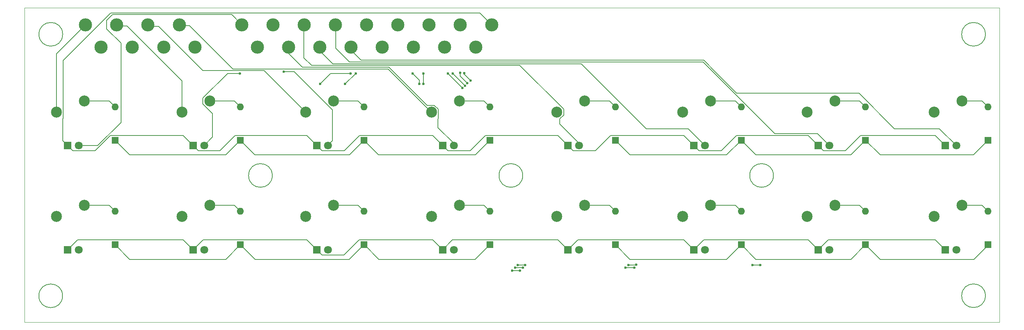
<source format=gtl>
%TF.GenerationSoftware,KiCad,Pcbnew,8.0.6*%
%TF.CreationDate,2024-11-10T21:08:49-06:00*%
%TF.ProjectId,micro_midi,6d696372-6f5f-46d6-9964-692e6b696361,rev?*%
%TF.SameCoordinates,Original*%
%TF.FileFunction,Copper,L1,Top*%
%TF.FilePolarity,Positive*%
%FSLAX46Y46*%
G04 Gerber Fmt 4.6, Leading zero omitted, Abs format (unit mm)*
G04 Created by KiCad (PCBNEW 8.0.6) date 2024-11-10 21:08:49*
%MOMM*%
%LPD*%
G01*
G04 APERTURE LIST*
%TA.AperFunction,ComponentPad*%
%ADD10C,2.500000*%
%TD*%
%TA.AperFunction,ComponentPad*%
%ADD11R,1.800000X1.800000*%
%TD*%
%TA.AperFunction,ComponentPad*%
%ADD12C,1.800000*%
%TD*%
%TA.AperFunction,ComponentPad*%
%ADD13O,3.000000X3.000000*%
%TD*%
%TA.AperFunction,ComponentPad*%
%ADD14R,1.600000X1.600000*%
%TD*%
%TA.AperFunction,ComponentPad*%
%ADD15O,1.600000X1.600000*%
%TD*%
%TA.AperFunction,ViaPad*%
%ADD16C,0.600000*%
%TD*%
%TA.AperFunction,Conductor*%
%ADD17C,0.200000*%
%TD*%
%ADD18C,0.150000*%
%TA.AperFunction,Profile*%
%ADD19C,0.050000*%
%TD*%
G04 APERTURE END LIST*
D10*
%TO.P,S16,1,1*%
%TO.N,Net-(C3-Pad1)*%
X242993076Y-112901549D03*
%TO.P,S16,2,2*%
%TO.N,Net-(D16-A)*%
X249343076Y-110361549D03*
%TD*%
D11*
%TO.P,D18,1,K*%
%TO.N,Net-(D17-K)*%
X74083076Y-96709049D03*
D12*
%TO.P,D18,2,A*%
%TO.N,Net-(D18-A)*%
X76623076Y-96709049D03*
%TD*%
D13*
%TO.P,C1,1,1*%
%TO.N,Net-(C1-Pad1)*%
X56698076Y-69150049D03*
%TD*%
D11*
%TO.P,D24,1,K*%
%TO.N,Net-(D17-K)*%
X245533076Y-96709049D03*
D12*
%TO.P,D24,2,A*%
%TO.N,Net-(D24-A)*%
X248073076Y-96709049D03*
%TD*%
D11*
%TO.P,D22,1,K*%
%TO.N,Net-(D17-K)*%
X188253076Y-96709049D03*
D12*
%TO.P,D22,2,A*%
%TO.N,Net-(D22-A)*%
X190793076Y-96709049D03*
%TD*%
D11*
%TO.P,D30,1,K*%
%TO.N,Net-(D17-K)*%
X188253076Y-120521549D03*
D12*
%TO.P,D30,2,A*%
%TO.N,Net-(D30-A)*%
X190793076Y-120521549D03*
%TD*%
D13*
%TO.P,L12,1,1*%
%TO.N,Net-(D29-A)*%
X127898076Y-69150049D03*
%TD*%
%TO.P,C2,1,1*%
%TO.N,Net-(C2-Pad1)*%
X63818076Y-69150049D03*
%TD*%
D11*
%TO.P,D19,1,K*%
%TO.N,Net-(D17-K)*%
X102273076Y-96709049D03*
D12*
%TO.P,D19,2,A*%
%TO.N,Net-(D19-A)*%
X104813076Y-96709049D03*
%TD*%
D13*
%TO.P,L2,1,1*%
%TO.N,Net-(D19-A)*%
X92298076Y-69150049D03*
%TD*%
%TO.P,R0,1,1*%
%TO.N,Net-(D1-K)*%
X53138076Y-74230049D03*
%TD*%
D10*
%TO.P,S12,1,1*%
%TO.N,Net-(C3-Pad1)*%
X128433076Y-112901549D03*
%TO.P,S12,2,2*%
%TO.N,Net-(D12-A)*%
X134783076Y-110361549D03*
%TD*%
D13*
%TO.P,L11,1,1*%
%TO.N,Net-(D28-A)*%
X124338076Y-74230049D03*
%TD*%
D11*
%TO.P,D20,1,K*%
%TO.N,Net-(D17-K)*%
X130973076Y-96709049D03*
D12*
%TO.P,D20,2,A*%
%TO.N,Net-(D20-A)*%
X133513076Y-96709049D03*
%TD*%
D13*
%TO.P,L5,1,1*%
%TO.N,Net-(D22-A)*%
X102978076Y-74230049D03*
%TD*%
D11*
%TO.P,D25,1,K*%
%TO.N,Net-(D17-K)*%
X45503076Y-120521549D03*
D12*
%TO.P,D25,2,A*%
%TO.N,Net-(D25-A)*%
X48043076Y-120521549D03*
%TD*%
D10*
%TO.P,S1,1,1*%
%TO.N,Net-(C0-Pad1)*%
X42963076Y-89089049D03*
%TO.P,S1,2,2*%
%TO.N,Net-(D1-A)*%
X49313076Y-86549049D03*
%TD*%
%TO.P,S8,1,1*%
%TO.N,Net-(C3-Pad1)*%
X242993076Y-89089049D03*
%TO.P,S8,2,2*%
%TO.N,Net-(D8-A)*%
X249343076Y-86549049D03*
%TD*%
%TO.P,S10,1,1*%
%TO.N,Net-(C1-Pad1)*%
X71543076Y-112901549D03*
%TO.P,S10,2,2*%
%TO.N,Net-(D10-A)*%
X77893076Y-110361549D03*
%TD*%
D11*
%TO.P,D27,1,K*%
%TO.N,Net-(D17-K)*%
X102273076Y-120521549D03*
D12*
%TO.P,D27,2,A*%
%TO.N,Net-(D27-A)*%
X104813076Y-120521549D03*
%TD*%
D11*
%TO.P,D31,1,K*%
%TO.N,Net-(D17-K)*%
X216573076Y-120521549D03*
D12*
%TO.P,D31,2,A*%
%TO.N,Net-(D31-A)*%
X219113076Y-120521549D03*
%TD*%
D13*
%TO.P,L1,1,1*%
%TO.N,Net-(D18-A)*%
X88738076Y-74230049D03*
%TD*%
%TO.P,L0,1,1*%
%TO.N,Net-(D17-A)*%
X85178076Y-69150049D03*
%TD*%
D10*
%TO.P,S15,1,1*%
%TO.N,Net-(C2-Pad1)*%
X214033076Y-112901549D03*
%TO.P,S15,2,2*%
%TO.N,Net-(D15-A)*%
X220383076Y-110361549D03*
%TD*%
D13*
%TO.P,L10,1,1*%
%TO.N,Net-(D27-A)*%
X120778076Y-69150049D03*
%TD*%
%TO.P,L4,1,1*%
%TO.N,Net-(D21-A)*%
X99418076Y-69150049D03*
%TD*%
%TO.P,C3,1,1*%
%TO.N,Net-(C3-Pad1)*%
X70938076Y-69150049D03*
%TD*%
D10*
%TO.P,S2,1,1*%
%TO.N,Net-(C1-Pad1)*%
X71543076Y-89089049D03*
%TO.P,S2,2,2*%
%TO.N,Net-(D2-A)*%
X77893076Y-86549049D03*
%TD*%
%TO.P,S5,1,1*%
%TO.N,Net-(C0-Pad1)*%
X157013076Y-89089049D03*
%TO.P,S5,2,2*%
%TO.N,Net-(D5-A)*%
X163363076Y-86549049D03*
%TD*%
D13*
%TO.P,L8,1,1*%
%TO.N,Net-(D25-A)*%
X113658076Y-69150049D03*
%TD*%
%TO.P,L13,1,1*%
%TO.N,Net-(D30-A)*%
X131458076Y-74230049D03*
%TD*%
D10*
%TO.P,S7,1,1*%
%TO.N,Net-(C2-Pad1)*%
X214033076Y-89089049D03*
%TO.P,S7,2,2*%
%TO.N,Net-(D7-A)*%
X220383076Y-86549049D03*
%TD*%
D13*
%TO.P,R1,1,1*%
%TO.N,Net-(D10-K)*%
X60258076Y-74230049D03*
%TD*%
%TO.P,L6,1,1*%
%TO.N,Net-(D23-A)*%
X106538076Y-69150049D03*
%TD*%
%TO.P,L7,1,1*%
%TO.N,Net-(D24-A)*%
X110098076Y-74230049D03*
%TD*%
%TO.P,R2,1,1*%
%TO.N,Net-(D5-K)*%
X67378076Y-74230049D03*
%TD*%
D10*
%TO.P,S4,1,1*%
%TO.N,Net-(C3-Pad1)*%
X128433076Y-89089049D03*
%TO.P,S4,2,2*%
%TO.N,Net-(D4-A)*%
X134783076Y-86549049D03*
%TD*%
%TO.P,S13,1,1*%
%TO.N,Net-(C0-Pad1)*%
X157013076Y-112901549D03*
%TO.P,S13,2,2*%
%TO.N,Net-(D13-A)*%
X163363076Y-110361549D03*
%TD*%
D13*
%TO.P,L15,1,1*%
%TO.N,Net-(D32-A)*%
X138578076Y-74230049D03*
%TD*%
%TO.P,GND1,1,1*%
%TO.N,Net-(D17-K)*%
X142138076Y-69150049D03*
%TD*%
D10*
%TO.P,S14,1,1*%
%TO.N,Net-(C1-Pad1)*%
X185713076Y-112901549D03*
%TO.P,S14,2,2*%
%TO.N,Net-(D14-A)*%
X192063076Y-110361549D03*
%TD*%
D13*
%TO.P,C0,1,1*%
%TO.N,Net-(C0-Pad1)*%
X49578076Y-69150049D03*
%TD*%
D10*
%TO.P,S3,1,1*%
%TO.N,Net-(C2-Pad1)*%
X99733076Y-89089049D03*
%TO.P,S3,2,2*%
%TO.N,Net-(D3-A)*%
X106083076Y-86549049D03*
%TD*%
D11*
%TO.P,D28,1,K*%
%TO.N,Net-(D17-K)*%
X130973076Y-120521549D03*
D12*
%TO.P,D28,2,A*%
%TO.N,Net-(D28-A)*%
X133513076Y-120521549D03*
%TD*%
D11*
%TO.P,D26,1,K*%
%TO.N,Net-(D17-K)*%
X74083076Y-120521549D03*
D12*
%TO.P,D26,2,A*%
%TO.N,Net-(D26-A)*%
X76623076Y-120521549D03*
%TD*%
D11*
%TO.P,D21,1,K*%
%TO.N,Net-(D17-K)*%
X159553076Y-96709049D03*
D12*
%TO.P,D21,2,A*%
%TO.N,Net-(D21-A)*%
X162093076Y-96709049D03*
%TD*%
D13*
%TO.P,R3,1,1*%
%TO.N,Net-(D13-K)*%
X74498076Y-74230049D03*
%TD*%
D11*
%TO.P,D23,1,K*%
%TO.N,Net-(D17-K)*%
X216573076Y-96709049D03*
D12*
%TO.P,D23,2,A*%
%TO.N,Net-(D23-A)*%
X219113076Y-96709049D03*
%TD*%
D13*
%TO.P,L14,1,1*%
%TO.N,Net-(D31-A)*%
X135018076Y-69150049D03*
%TD*%
D11*
%TO.P,D17,1,K*%
%TO.N,Net-(D17-K)*%
X45503076Y-96709049D03*
D12*
%TO.P,D17,2,A*%
%TO.N,Net-(D17-A)*%
X48043076Y-96709049D03*
%TD*%
D11*
%TO.P,D32,1,K*%
%TO.N,Net-(D17-K)*%
X245533076Y-120521549D03*
D12*
%TO.P,D32,2,A*%
%TO.N,Net-(D32-A)*%
X248073076Y-120521549D03*
%TD*%
D10*
%TO.P,S9,1,1*%
%TO.N,Net-(C0-Pad1)*%
X42963076Y-112901549D03*
%TO.P,S9,2,2*%
%TO.N,Net-(D9-A)*%
X49313076Y-110361549D03*
%TD*%
%TO.P,S11,1,1*%
%TO.N,Net-(C2-Pad1)*%
X99733076Y-112901549D03*
%TO.P,S11,2,2*%
%TO.N,Net-(D11-A)*%
X106083076Y-110361549D03*
%TD*%
%TO.P,S6,1,1*%
%TO.N,Net-(C1-Pad1)*%
X185713076Y-89089049D03*
%TO.P,S6,2,2*%
%TO.N,Net-(D6-A)*%
X192063076Y-86549049D03*
%TD*%
D13*
%TO.P,L3,1,1*%
%TO.N,Net-(D20-A)*%
X95858076Y-74230049D03*
%TD*%
D11*
%TO.P,D29,1,K*%
%TO.N,Net-(D17-K)*%
X159553076Y-120521549D03*
D12*
%TO.P,D29,2,A*%
%TO.N,Net-(D29-A)*%
X162093076Y-120521549D03*
%TD*%
D13*
%TO.P,L9,1,1*%
%TO.N,Net-(D26-A)*%
X117218076Y-74230049D03*
%TD*%
D14*
%TO.P,D2,1,K*%
%TO.N,Net-(D1-K)*%
X84878076Y-95536549D03*
D15*
%TO.P,D2,2,A*%
%TO.N,Net-(D2-A)*%
X84878076Y-87916549D03*
%TD*%
D14*
%TO.P,D7,1,K*%
%TO.N,Net-(D5-K)*%
X227378076Y-95536549D03*
D15*
%TO.P,D7,2,A*%
%TO.N,Net-(D7-A)*%
X227378076Y-87916549D03*
%TD*%
D14*
%TO.P,D9,1,K*%
%TO.N,Net-(D10-K)*%
X56298076Y-119349049D03*
D15*
%TO.P,D9,2,A*%
%TO.N,Net-(D9-A)*%
X56298076Y-111729049D03*
%TD*%
D14*
%TO.P,D1,1,K*%
%TO.N,Net-(D1-K)*%
X56298076Y-95536549D03*
D15*
%TO.P,D1,2,A*%
%TO.N,Net-(D1-A)*%
X56298076Y-87916549D03*
%TD*%
D14*
%TO.P,D5,1,K*%
%TO.N,Net-(D5-K)*%
X170348076Y-95536549D03*
D15*
%TO.P,D5,2,A*%
%TO.N,Net-(D5-A)*%
X170348076Y-87916549D03*
%TD*%
D14*
%TO.P,D10,1,K*%
%TO.N,Net-(D10-K)*%
X84878076Y-119349049D03*
D15*
%TO.P,D10,2,A*%
%TO.N,Net-(D10-A)*%
X84878076Y-111729049D03*
%TD*%
D14*
%TO.P,D15,1,K*%
%TO.N,Net-(D13-K)*%
X227378076Y-119349049D03*
D15*
%TO.P,D15,2,A*%
%TO.N,Net-(D15-A)*%
X227378076Y-111729049D03*
%TD*%
D14*
%TO.P,D8,1,K*%
%TO.N,Net-(D5-K)*%
X255328076Y-95536549D03*
D15*
%TO.P,D8,2,A*%
%TO.N,Net-(D8-A)*%
X255328076Y-87916549D03*
%TD*%
D14*
%TO.P,D3,1,K*%
%TO.N,Net-(D1-K)*%
X113068076Y-95536549D03*
D15*
%TO.P,D3,2,A*%
%TO.N,Net-(D3-A)*%
X113068076Y-87916549D03*
%TD*%
D14*
%TO.P,D4,1,K*%
%TO.N,Net-(D1-K)*%
X141768076Y-95536549D03*
D15*
%TO.P,D4,2,A*%
%TO.N,Net-(D4-A)*%
X141768076Y-87916549D03*
%TD*%
D14*
%TO.P,D13,1,K*%
%TO.N,Net-(D13-K)*%
X170348076Y-119349049D03*
D15*
%TO.P,D13,2,A*%
%TO.N,Net-(D13-A)*%
X170348076Y-111729049D03*
%TD*%
D14*
%TO.P,D6,1,K*%
%TO.N,Net-(D5-K)*%
X199048076Y-95536549D03*
D15*
%TO.P,D6,2,A*%
%TO.N,Net-(D6-A)*%
X199048076Y-87916549D03*
%TD*%
D14*
%TO.P,D16,1,K*%
%TO.N,Net-(D13-K)*%
X255328076Y-119349049D03*
D15*
%TO.P,D16,2,A*%
%TO.N,Net-(D16-A)*%
X255328076Y-111729049D03*
%TD*%
D14*
%TO.P,D11,1,K*%
%TO.N,Net-(D10-K)*%
X113068076Y-119349049D03*
D15*
%TO.P,D11,2,A*%
%TO.N,Net-(D11-A)*%
X113068076Y-111729049D03*
%TD*%
D14*
%TO.P,D14,1,K*%
%TO.N,Net-(D13-K)*%
X199048076Y-119349049D03*
D15*
%TO.P,D14,2,A*%
%TO.N,Net-(D14-A)*%
X199048076Y-111729049D03*
%TD*%
D14*
%TO.P,D12,1,K*%
%TO.N,Net-(D10-K)*%
X141768076Y-119349049D03*
D15*
%TO.P,D12,2,A*%
%TO.N,Net-(D12-A)*%
X141768076Y-111729049D03*
%TD*%
D16*
%TO.N,Net-(D18-A)*%
X84803076Y-80290566D03*
%TO.N,Net-(D19-A)*%
X94781887Y-79844874D03*
%TO.N,Net-(D25-A)*%
X103090999Y-82690566D03*
X109989007Y-80290566D03*
%TO.N,Net-(D26-A)*%
X108775952Y-82690566D03*
X111173711Y-80290566D03*
%TO.N,Net-(D27-A)*%
X125695950Y-82690566D03*
X124149681Y-80290566D03*
%TO.N,Net-(D28-A)*%
X126631568Y-82690566D03*
X126624183Y-80290566D03*
%TO.N,Net-(D29-A)*%
X132169477Y-80290566D03*
X135475726Y-83596816D03*
%TO.N,Net-(D30-A)*%
X133295138Y-80290566D03*
X136071361Y-83062753D03*
%TO.N,Net-(D31-A)*%
X134983076Y-80115560D03*
X136630468Y-82490566D03*
%TO.N,Net-(D32-A)*%
X137329627Y-81891688D03*
X135893076Y-80153052D03*
%TO.N,Net-(C1-Pad1)*%
X148603634Y-125194829D03*
X146836941Y-125194829D03*
%TO.N,Net-(C2-Pad1)*%
X174676972Y-124583420D03*
X172696421Y-124576635D03*
X149270827Y-124576635D03*
X147515676Y-124585752D03*
%TO.N,Net-(C3-Pad1)*%
X175097734Y-123903008D03*
X148140258Y-123961204D03*
X203353950Y-123966793D03*
X149837283Y-123961204D03*
X201597660Y-123965185D03*
X173332142Y-123963431D03*
%TD*%
D17*
%TO.N,Net-(D1-A)*%
X49313076Y-86707799D02*
X49154326Y-86866549D01*
X49313076Y-86549049D02*
X54930576Y-86549049D01*
X49313076Y-86549049D02*
X49313076Y-86707799D01*
X54930576Y-86549049D02*
X56298076Y-87916549D01*
%TO.N,Net-(D2-A)*%
X77893076Y-86549049D02*
X83510576Y-86549049D01*
X83510576Y-86549049D02*
X84878076Y-87916549D01*
%TO.N,Net-(D3-A)*%
X106083076Y-86549049D02*
X111700576Y-86549049D01*
X111700576Y-86549049D02*
X113068076Y-87916549D01*
%TO.N,Net-(D4-A)*%
X134783076Y-86549049D02*
X140400576Y-86549049D01*
X140400576Y-86549049D02*
X141768076Y-87916549D01*
%TO.N,Net-(D5-A)*%
X163363076Y-86549049D02*
X168980576Y-86549049D01*
X168980576Y-86549049D02*
X170348076Y-87916549D01*
%TO.N,Net-(D6-A)*%
X197680576Y-86549049D02*
X199048076Y-87916549D01*
X192063076Y-86549049D02*
X197680576Y-86549049D01*
%TO.N,Net-(D7-A)*%
X220383076Y-86549049D02*
X226010576Y-86549049D01*
X226010576Y-86549049D02*
X227378076Y-87916549D01*
%TO.N,Net-(D8-A)*%
X253939326Y-86549049D02*
X255306826Y-87916549D01*
X249343076Y-86549049D02*
X253939326Y-86549049D01*
%TO.N,Net-(D9-A)*%
X49313076Y-110361549D02*
X54930576Y-110361549D01*
X54930576Y-110361549D02*
X56298076Y-111729049D01*
%TO.N,Net-(D10-A)*%
X77893076Y-110361549D02*
X83510576Y-110361549D01*
X83510576Y-110361549D02*
X84878076Y-111729049D01*
%TO.N,Net-(D11-A)*%
X106083076Y-110361549D02*
X111700576Y-110361549D01*
X111700576Y-110361549D02*
X113068076Y-111729049D01*
%TO.N,Net-(D12-A)*%
X140400576Y-110361549D02*
X141768076Y-111729049D01*
X134783076Y-110361549D02*
X140400576Y-110361549D01*
%TO.N,Net-(D13-A)*%
X168980576Y-110361549D02*
X170348076Y-111729049D01*
X163363076Y-110361549D02*
X168980576Y-110361549D01*
%TO.N,Net-(D14-A)*%
X192063076Y-110361549D02*
X197680576Y-110361549D01*
X197680576Y-110361549D02*
X199048076Y-111729049D01*
%TO.N,Net-(D15-A)*%
X226010576Y-110361549D02*
X227378076Y-111729049D01*
X220383076Y-110361549D02*
X226010576Y-110361549D01*
%TO.N,Net-(D16-A)*%
X253960576Y-110361549D02*
X255328076Y-111729049D01*
X249343076Y-110361549D02*
X253960576Y-110361549D01*
%TO.N,Net-(D17-A)*%
X55745384Y-66850049D02*
X82878076Y-66850049D01*
X54398076Y-70102741D02*
X54398076Y-68197357D01*
X54398076Y-68197357D02*
X55745384Y-66850049D01*
X48043076Y-96709049D02*
X52377872Y-96709049D01*
X82878076Y-66850049D02*
X85178076Y-69150049D01*
X57650768Y-91436153D02*
X57650768Y-73355433D01*
X57650768Y-73355433D02*
X54398076Y-70102741D01*
X52377872Y-96709049D02*
X57650768Y-91436153D01*
%TO.N,Net-(D18-A)*%
X78535108Y-89383113D02*
X78535108Y-94797017D01*
X81959527Y-80290566D02*
X76343076Y-85907017D01*
X84803076Y-80290566D02*
X81959527Y-80290566D01*
X76343076Y-85907017D02*
X76343076Y-87191081D01*
X78535108Y-94797017D02*
X76623076Y-96709049D01*
X76343076Y-87191081D02*
X78535108Y-89383113D01*
%TO.N,Net-(D19-A)*%
X94794213Y-79832548D02*
X97144459Y-79832548D01*
X94781887Y-79844874D02*
X94794213Y-79832548D01*
X105893076Y-88581165D02*
X105893076Y-95629049D01*
X97144459Y-79832548D02*
X105893076Y-88581165D01*
X105893076Y-95629049D02*
X104813076Y-96709049D01*
%TO.N,Net-(D20-A)*%
X129983076Y-90565647D02*
X129983076Y-88447017D01*
X129983076Y-88447017D02*
X129075108Y-87539049D01*
X127431446Y-87539049D02*
X118737271Y-78844874D01*
X95853076Y-74235049D02*
X95858076Y-74230049D01*
X95853076Y-75680855D02*
X95853076Y-74235049D01*
X129893076Y-90655647D02*
X129983076Y-90565647D01*
X133513076Y-96222451D02*
X129893076Y-92602451D01*
X99017095Y-78844874D02*
X95853076Y-75680855D01*
X118737271Y-78844874D02*
X99017095Y-78844874D01*
X129893076Y-92602451D02*
X129893076Y-90655647D01*
X129075108Y-87539049D02*
X127431446Y-87539049D01*
X133513076Y-96709049D02*
X133513076Y-96222451D01*
%TO.N,Net-(D21-A)*%
X99363076Y-69205049D02*
X99418076Y-69150049D01*
X162093076Y-96709049D02*
X162093076Y-96225664D01*
X158563076Y-88447017D02*
X148560933Y-78444874D01*
X158563076Y-89731081D02*
X158563076Y-88447017D01*
X157655108Y-90639049D02*
X158563076Y-89731081D01*
X157655108Y-91787696D02*
X157655108Y-90639049D01*
X99363076Y-76711771D02*
X99363076Y-69205049D01*
X101096179Y-78444874D02*
X99363076Y-76711771D01*
X148560933Y-78444874D02*
X101096179Y-78444874D01*
X162093076Y-96225664D02*
X157655108Y-91787696D01*
%TO.N,Net-(D22-A)*%
X190793076Y-96709049D02*
X186938076Y-92854049D01*
X177431566Y-92854049D02*
X162622391Y-78044874D01*
X102978076Y-75091017D02*
X102978076Y-74230049D01*
X162622391Y-78044874D02*
X105931933Y-78044874D01*
X105931933Y-78044874D02*
X102978076Y-75091017D01*
X186938076Y-92854049D02*
X177431566Y-92854049D01*
%TO.N,Net-(D23-A)*%
X106599480Y-69211453D02*
X106538076Y-69150049D01*
X190332036Y-77644874D02*
X109736520Y-77644874D01*
X109736520Y-77644874D02*
X106599480Y-74507834D01*
X219113076Y-96709049D02*
X216440576Y-94036549D01*
X216440576Y-94036549D02*
X206723711Y-94036549D01*
X106599480Y-74507834D02*
X106599480Y-71834049D01*
X206723711Y-94036549D02*
X190332036Y-77644874D01*
X106599480Y-71834049D02*
X106599480Y-69211453D01*
%TO.N,Net-(D24-A)*%
X248073076Y-96709049D02*
X244218076Y-92854049D01*
X110098076Y-74985638D02*
X110098076Y-74230049D01*
X190497722Y-77244874D02*
X112357312Y-77244874D01*
X198015411Y-84762564D02*
X193320853Y-80068006D01*
X112357312Y-77244874D02*
X110098076Y-74985638D01*
X193320853Y-80068006D02*
X190497722Y-77244874D01*
X244218076Y-92854049D02*
X233984027Y-92854049D01*
X233984027Y-92854049D02*
X225892542Y-84762564D01*
X225892542Y-84762564D02*
X198015411Y-84762564D01*
%TO.N,Net-(D25-A)*%
X103090999Y-82671279D02*
X103090999Y-82690566D01*
X109966647Y-80312926D02*
X105449352Y-80312926D01*
X105449352Y-80312926D02*
X103090999Y-82671279D01*
X109989007Y-80290566D02*
X109966647Y-80312926D01*
%TO.N,Net-(D26-A)*%
X111173711Y-80290566D02*
X111173711Y-80292987D01*
X108776132Y-82690566D02*
X108775952Y-82690566D01*
X111173711Y-80292987D02*
X108776132Y-82690566D01*
%TO.N,Net-(D27-A)*%
X125695950Y-81836835D02*
X124149681Y-80290566D01*
X125695950Y-82690566D02*
X125695950Y-81836835D01*
%TO.N,Net-(D28-A)*%
X126631568Y-80297951D02*
X126624183Y-80290566D01*
X126631568Y-82690566D02*
X126631568Y-80297951D01*
%TO.N,Net-(D29-A)*%
X132169477Y-80290566D02*
X135475726Y-83596815D01*
X135475726Y-83596815D02*
X135475726Y-83596816D01*
%TO.N,Net-(D30-A)*%
X133882213Y-80890565D02*
X136054401Y-83062753D01*
X136054401Y-83062753D02*
X136071361Y-83062753D01*
X133295138Y-80290566D02*
X133882213Y-80877641D01*
X133882213Y-80877641D02*
X133882213Y-80890565D01*
%TO.N,Net-(D31-A)*%
X134983076Y-80843174D02*
X136630468Y-82490566D01*
X134983076Y-80115560D02*
X134983076Y-80843174D01*
%TO.N,Net-(D32-A)*%
X135893076Y-80455137D02*
X137329627Y-81891688D01*
X135893076Y-80153052D02*
X135893076Y-80455137D01*
%TO.N,Net-(C0-Pad1)*%
X42963076Y-75765049D02*
X49578076Y-69150049D01*
X42963076Y-89089049D02*
X42963076Y-75765049D01*
%TO.N,Net-(D1-K)*%
X84878076Y-95536549D02*
X88200576Y-98859049D01*
X81555576Y-98859049D02*
X84878076Y-95536549D01*
X59620576Y-98859049D02*
X81555576Y-98859049D01*
X109745576Y-98859049D02*
X113068076Y-95536549D01*
X116390576Y-98859049D02*
X138445576Y-98859049D01*
X88200576Y-98859049D02*
X109745576Y-98859049D01*
X138445576Y-98859049D02*
X141768076Y-95536549D01*
X56298076Y-95536549D02*
X59620576Y-98859049D01*
X113068076Y-95536549D02*
X116390576Y-98859049D01*
%TO.N,Net-(D5-K)*%
X173670576Y-98859049D02*
X195725576Y-98859049D01*
X230700576Y-98859049D02*
X252005576Y-98859049D01*
X195725576Y-98859049D02*
X199048076Y-95536549D01*
X224055576Y-98859049D02*
X227378076Y-95536549D01*
X202370576Y-98859049D02*
X224055576Y-98859049D01*
X199048076Y-95536549D02*
X202370576Y-98859049D01*
X170348076Y-95536549D02*
X173670576Y-98859049D01*
X227378076Y-95536549D02*
X230700576Y-98859049D01*
X255328076Y-95536549D02*
X255421076Y-95629549D01*
X252005576Y-98859049D02*
X255328076Y-95536549D01*
%TO.N,Net-(D10-K)*%
X88239076Y-122710049D02*
X109707076Y-122710049D01*
X84878076Y-119349049D02*
X88239076Y-122710049D01*
X59659076Y-122710049D02*
X81517076Y-122710049D01*
X113103076Y-119349049D02*
X116464076Y-122710049D01*
X81517076Y-122710049D02*
X84878076Y-119349049D01*
X113068076Y-119349049D02*
X113103076Y-119349049D01*
X138407076Y-122710049D02*
X141768076Y-119349049D01*
X109707076Y-122710049D02*
X113068076Y-119349049D01*
X116464076Y-122710049D02*
X138407076Y-122710049D01*
X56298076Y-119349049D02*
X59659076Y-122710049D01*
%TO.N,Net-(D13-K)*%
X224017076Y-122710049D02*
X227378076Y-119349049D01*
X252067076Y-122710049D02*
X255328076Y-119449049D01*
X227378076Y-119349049D02*
X230739076Y-122710049D01*
X255328076Y-119449049D02*
X255328076Y-119349049D01*
X173709076Y-122710049D02*
X195687076Y-122710049D01*
X199048076Y-119349049D02*
X202409076Y-122710049D01*
X195687076Y-122710049D02*
X199048076Y-119349049D01*
X202409076Y-122710049D02*
X224017076Y-122710049D01*
X230739076Y-122710049D02*
X252067076Y-122710049D01*
X170348076Y-119349049D02*
X173709076Y-122710049D01*
%TO.N,Net-(D17-K)*%
X169248076Y-94436549D02*
X185980576Y-94436549D01*
X188253076Y-96709049D02*
X189453076Y-97909049D01*
X132169021Y-97909049D02*
X137296107Y-97909049D01*
X74095538Y-96709049D02*
X75295538Y-97909049D01*
X74083076Y-96709049D02*
X74095538Y-96709049D01*
X157280576Y-118249049D02*
X159553076Y-120521549D01*
X128700576Y-118249049D02*
X130973076Y-120521549D01*
X161825576Y-118249049D02*
X185980576Y-118249049D01*
X83706649Y-94436549D02*
X100000576Y-94436549D01*
X102273076Y-120521549D02*
X103473076Y-121721549D01*
X74083076Y-120521549D02*
X76355576Y-118249049D01*
X71810576Y-118249049D02*
X74083076Y-120521549D01*
X214300576Y-94436549D02*
X216573076Y-96709049D01*
X102273076Y-96709049D02*
X102273076Y-96722088D01*
X44513076Y-90541461D02*
X44513076Y-77284049D01*
X111968076Y-118249049D02*
X128700576Y-118249049D01*
X45503076Y-120521549D02*
X47775576Y-118249049D01*
X133245576Y-118249049D02*
X157280576Y-118249049D01*
X139438076Y-66450049D02*
X142138076Y-69150049D01*
X216573076Y-96709049D02*
X217773076Y-97909049D01*
X214300576Y-118249049D02*
X216573076Y-120521549D01*
X44423076Y-90631461D02*
X44513076Y-90541461D01*
X47775576Y-118249049D02*
X71810576Y-118249049D01*
X102273076Y-96722088D02*
X103460037Y-97909049D01*
X159553076Y-96709049D02*
X160753076Y-97909049D01*
X103460037Y-97909049D02*
X108586269Y-97909049D01*
X45503076Y-96709049D02*
X46703076Y-97909049D01*
X245533076Y-120521549D02*
X243260576Y-118249049D01*
X185980576Y-118249049D02*
X188253076Y-120521549D01*
X197945958Y-94436549D02*
X214300576Y-94436549D01*
X103473076Y-121721549D02*
X108495576Y-121721549D01*
X112058769Y-94436549D02*
X128700576Y-94436549D01*
X80234149Y-97909049D02*
X83706649Y-94436549D01*
X128700576Y-94436549D02*
X130973076Y-96709049D01*
X140768607Y-94436549D02*
X157280576Y-94436549D01*
X75295538Y-97909049D02*
X80234149Y-97909049D01*
X100000576Y-118249049D02*
X102273076Y-120521549D01*
X243260576Y-118249049D02*
X218845576Y-118249049D01*
X189453076Y-97909049D02*
X194473458Y-97909049D01*
X217773076Y-97909049D02*
X222760187Y-97909049D01*
X108586269Y-97909049D02*
X112058769Y-94436549D01*
X46703076Y-97909049D02*
X51743558Y-97909049D01*
X130973076Y-96713104D02*
X132169021Y-97909049D01*
X130973076Y-120521549D02*
X133245576Y-118249049D01*
X51743558Y-97909049D02*
X55216058Y-94436549D01*
X188253076Y-120521549D02*
X190525576Y-118249049D01*
X157280576Y-94436549D02*
X159553076Y-96709049D01*
X130973076Y-96709049D02*
X130973076Y-96713104D01*
X108495576Y-121721549D02*
X111968076Y-118249049D01*
X243260576Y-94436549D02*
X245533076Y-96709049D01*
X165775576Y-97909049D02*
X169248076Y-94436549D01*
X160753076Y-97909049D02*
X165775576Y-97909049D01*
X71810576Y-94436549D02*
X74083076Y-96709049D01*
X44423076Y-95629049D02*
X44423076Y-90631461D01*
X76355576Y-118249049D02*
X100000576Y-118249049D01*
X44513076Y-77284049D02*
X55347076Y-66450049D01*
X226232687Y-94436549D02*
X243260576Y-94436549D01*
X222760187Y-97909049D02*
X226232687Y-94436549D01*
X100000576Y-94436549D02*
X102273076Y-96709049D01*
X45503076Y-96709049D02*
X44423076Y-95629049D01*
X194473458Y-97909049D02*
X197945958Y-94436549D01*
X190525576Y-118249049D02*
X214300576Y-118249049D01*
X55216058Y-94436549D02*
X71810576Y-94436549D01*
X137296107Y-97909049D02*
X140768607Y-94436549D01*
X218845576Y-118249049D02*
X216573076Y-120521549D01*
X159553076Y-120521549D02*
X161825576Y-118249049D01*
X185980576Y-94436549D02*
X188253076Y-96709049D01*
X55347076Y-66450049D02*
X139438076Y-66450049D01*
%TO.N,Net-(C1-Pad1)*%
X71543076Y-89089049D02*
X71543076Y-81998452D01*
X57001479Y-69453452D02*
X56698076Y-69150049D01*
X71543076Y-81998452D02*
X58998076Y-69453452D01*
X58998076Y-69453452D02*
X57001479Y-69453452D01*
X146836941Y-125194829D02*
X148603634Y-125194829D01*
%TO.N,Net-(C2-Pad1)*%
X99733076Y-89089049D02*
X90278076Y-79634049D01*
X149270827Y-124576635D02*
X147524793Y-124576635D01*
X64172760Y-69504733D02*
X63818076Y-69150049D01*
X174676972Y-124583420D02*
X174670187Y-124576635D01*
X174670187Y-124576635D02*
X172696421Y-124576635D01*
X90278076Y-79634049D02*
X76338183Y-79634049D01*
X66208867Y-69504733D02*
X64172760Y-69504733D01*
X147524793Y-124576635D02*
X147515676Y-124585752D01*
X76338183Y-79634049D02*
X66208867Y-69504733D01*
%TO.N,Net-(C3-Pad1)*%
X90454587Y-79244874D02*
X90443762Y-79234049D01*
X203352342Y-123965185D02*
X203353950Y-123966793D01*
X175037311Y-123963431D02*
X175097734Y-123903008D01*
X149837283Y-123961204D02*
X148140258Y-123961204D01*
X118571585Y-79244874D02*
X90454587Y-79244874D01*
X90443762Y-79234049D02*
X83159235Y-79234049D01*
X128415760Y-89089049D02*
X118571585Y-79244874D01*
X201597660Y-123965185D02*
X203352342Y-123965185D01*
X71129928Y-69341901D02*
X70938076Y-69150049D01*
X128433076Y-89089049D02*
X128415760Y-89089049D01*
X73267087Y-69341901D02*
X71129928Y-69341901D01*
X83159235Y-79234049D02*
X73267087Y-69341901D01*
X173332142Y-123963431D02*
X175037311Y-123963431D01*
%TD*%
D18*
%TO.C,REF\u002A\u002A*%
X206383076Y-103535549D02*
G75*
G02*
X200983076Y-103535549I-2700000J0D01*
G01*
X200983076Y-103535549D02*
G75*
G02*
X206383076Y-103535549I2700000J0D01*
G01*
X149233076Y-103535549D02*
G75*
G02*
X143833076Y-103535549I-2700000J0D01*
G01*
X143833076Y-103535549D02*
G75*
G02*
X149233076Y-103535549I2700000J0D01*
G01*
X92148076Y-103535549D02*
G75*
G02*
X86748076Y-103535549I-2700000J0D01*
G01*
X86748076Y-103535549D02*
G75*
G02*
X92148076Y-103535549I2700000J0D01*
G01*
X44363076Y-71334049D02*
G75*
G02*
X38963076Y-71334049I-2700000J0D01*
G01*
X38963076Y-71334049D02*
G75*
G02*
X44363076Y-71334049I2700000J0D01*
G01*
X254703076Y-71334049D02*
G75*
G02*
X249303076Y-71334049I-2700000J0D01*
G01*
X249303076Y-71334049D02*
G75*
G02*
X254703076Y-71334049I2700000J0D01*
G01*
X254703076Y-130966049D02*
G75*
G02*
X249303076Y-130966049I-2700000J0D01*
G01*
X249303076Y-130966049D02*
G75*
G02*
X254703076Y-130966049I2700000J0D01*
G01*
X44343076Y-130986049D02*
G75*
G02*
X38943076Y-130986049I-2700000J0D01*
G01*
X38943076Y-130986049D02*
G75*
G02*
X44343076Y-130986049I2700000J0D01*
G01*
%TD*%
D19*
X35663076Y-65334049D02*
X257913076Y-65334049D01*
X257913076Y-136966049D01*
X35663076Y-136966049D01*
X35663076Y-65334049D01*
M02*

</source>
